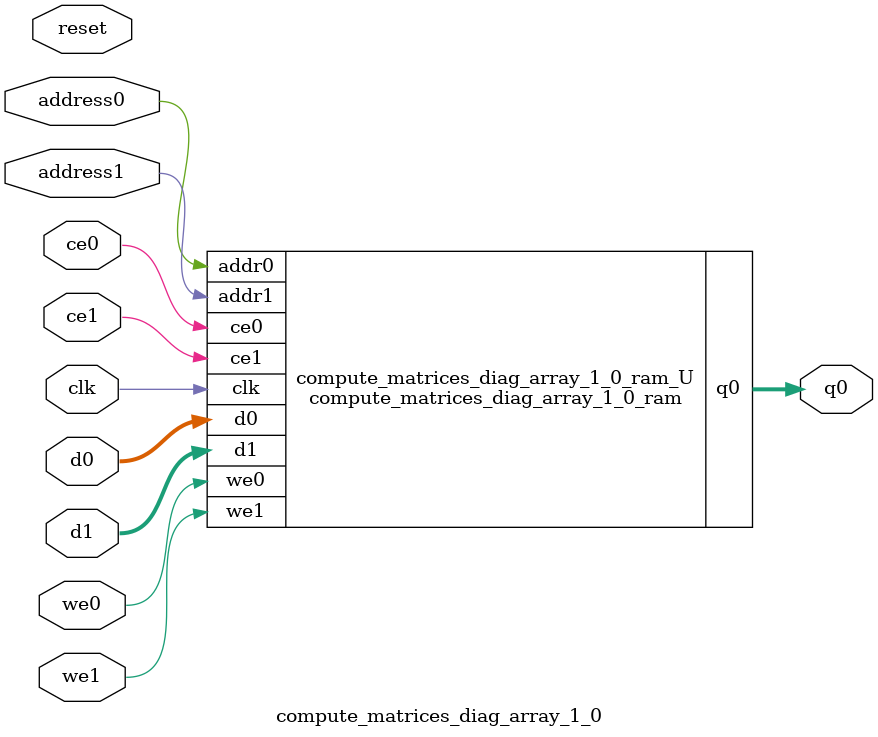
<source format=v>
`timescale 1 ns / 1 ps
module compute_matrices_diag_array_1_0_ram (addr0, ce0, d0, we0, q0, addr1, ce1, d1, we1,  clk);

parameter DWIDTH = 15;
parameter AWIDTH = 1;
parameter MEM_SIZE = 2;

input[AWIDTH-1:0] addr0;
input ce0;
input[DWIDTH-1:0] d0;
input we0;
output reg[DWIDTH-1:0] q0;
input[AWIDTH-1:0] addr1;
input ce1;
input[DWIDTH-1:0] d1;
input we1;
input clk;

(* ram_style = "block" *)reg [DWIDTH-1:0] ram[0:MEM_SIZE-1];




always @(posedge clk)  
begin 
    if (ce0) begin
        if (we0) 
            ram[addr0] <= d0; 
        q0 <= ram[addr0];
    end
end


always @(posedge clk)  
begin 
    if (ce1) begin
        if (we1) 
            ram[addr1] <= d1; 
    end
end


endmodule

`timescale 1 ns / 1 ps
module compute_matrices_diag_array_1_0(
    reset,
    clk,
    address0,
    ce0,
    we0,
    d0,
    q0,
    address1,
    ce1,
    we1,
    d1);

parameter DataWidth = 32'd15;
parameter AddressRange = 32'd2;
parameter AddressWidth = 32'd1;
input reset;
input clk;
input[AddressWidth - 1:0] address0;
input ce0;
input we0;
input[DataWidth - 1:0] d0;
output[DataWidth - 1:0] q0;
input[AddressWidth - 1:0] address1;
input ce1;
input we1;
input[DataWidth - 1:0] d1;



compute_matrices_diag_array_1_0_ram compute_matrices_diag_array_1_0_ram_U(
    .clk( clk ),
    .addr0( address0 ),
    .ce0( ce0 ),
    .we0( we0 ),
    .d0( d0 ),
    .q0( q0 ),
    .addr1( address1 ),
    .ce1( ce1 ),
    .we1( we1 ),
    .d1( d1 ));

endmodule


</source>
